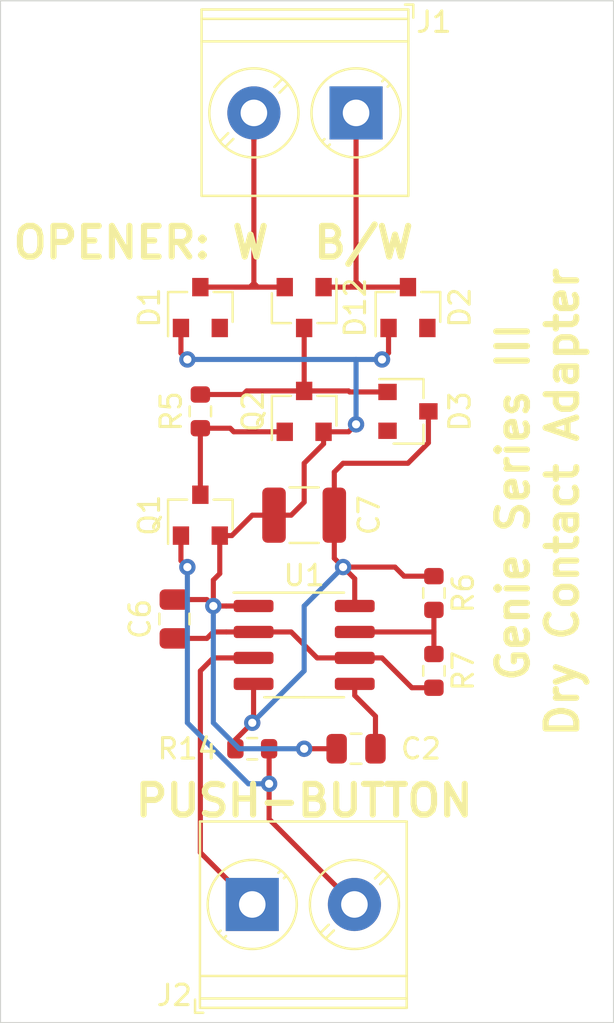
<source format=kicad_pcb>
(kicad_pcb (version 20171130) (host pcbnew 5.99.0+really5.1.10+dfsg1-1)

  (general
    (thickness 1.6)
    (drawings 7)
    (tracks 112)
    (zones 0)
    (modules 20)
    (nets 15)
  )

  (page A4)
  (layers
    (0 F.Cu signal)
    (31 B.Cu signal)
    (32 B.Adhes user hide)
    (33 F.Adhes user hide)
    (34 B.Paste user hide)
    (35 F.Paste user hide)
    (36 B.SilkS user)
    (37 F.SilkS user)
    (38 B.Mask user hide)
    (39 F.Mask user hide)
    (40 Dwgs.User user hide)
    (41 Cmts.User user hide)
    (42 Eco1.User user hide)
    (43 Eco2.User user hide)
    (44 Edge.Cuts user)
    (45 Margin user hide)
    (46 B.CrtYd user)
    (47 F.CrtYd user)
    (48 B.Fab user hide)
    (49 F.Fab user hide)
  )

  (setup
    (last_trace_width 0.25)
    (trace_clearance 0.2)
    (zone_clearance 0.508)
    (zone_45_only no)
    (trace_min 0.2)
    (via_size 0.8)
    (via_drill 0.4)
    (via_min_size 0.4)
    (via_min_drill 0.3)
    (uvia_size 0.3)
    (uvia_drill 0.1)
    (uvias_allowed no)
    (uvia_min_size 0.2)
    (uvia_min_drill 0.1)
    (edge_width 0.05)
    (segment_width 0.2)
    (pcb_text_width 0.3)
    (pcb_text_size 1.5 1.5)
    (mod_edge_width 0.12)
    (mod_text_size 1 1)
    (mod_text_width 0.15)
    (pad_size 1.524 1.524)
    (pad_drill 0.762)
    (pad_to_mask_clearance 0)
    (aux_axis_origin 0 0)
    (visible_elements FFFFFF7F)
    (pcbplotparams
      (layerselection 0x010fc_ffffffff)
      (usegerberextensions false)
      (usegerberattributes true)
      (usegerberadvancedattributes true)
      (creategerberjobfile true)
      (excludeedgelayer true)
      (linewidth 0.100000)
      (plotframeref false)
      (viasonmask false)
      (mode 1)
      (useauxorigin false)
      (hpglpennumber 1)
      (hpglpenspeed 20)
      (hpglpendiameter 15.000000)
      (psnegative false)
      (psa4output false)
      (plotreference true)
      (plotvalue true)
      (plotinvisibletext false)
      (padsonsilk false)
      (subtractmaskfromsilk false)
      (outputformat 1)
      (mirror false)
      (drillshape 0)
      (scaleselection 1)
      (outputdirectory "gerbers/"))
  )

  (net 0 "")
  (net 1 GND)
  (net 2 "Net-(C2-Pad1)")
  (net 3 "Net-(D1-Pad2)")
  (net 4 "Net-(D1-Pad3)")
  (net 5 "Net-(Q1-Pad3)")
  (net 6 "Net-(R6-Pad2)")
  (net 7 "Net-(C6-Pad1)")
  (net 8 "Net-(C7-Pad2)")
  (net 9 "Net-(D12-Pad1)")
  (net 10 "Net-(D2-Pad2)")
  (net 11 "Net-(D12-Pad3)")
  (net 12 "Net-(D3-Pad2)")
  (net 13 "Net-(J2-Pad2)")
  (net 14 "Net-(J2-Pad1)")

  (net_class Default "This is the default net class."
    (clearance 0.2)
    (trace_width 0.25)
    (via_dia 0.8)
    (via_drill 0.4)
    (uvia_dia 0.3)
    (uvia_drill 0.1)
    (add_net GND)
    (add_net "Net-(C2-Pad1)")
    (add_net "Net-(C6-Pad1)")
    (add_net "Net-(C7-Pad2)")
    (add_net "Net-(D1-Pad2)")
    (add_net "Net-(D1-Pad3)")
    (add_net "Net-(D12-Pad1)")
    (add_net "Net-(D12-Pad3)")
    (add_net "Net-(D2-Pad2)")
    (add_net "Net-(D3-Pad2)")
    (add_net "Net-(J2-Pad1)")
    (add_net "Net-(J2-Pad2)")
    (add_net "Net-(Q1-Pad3)")
    (add_net "Net-(R6-Pad2)")
  )

  (module Resistor_SMD:R_0603_1608Metric (layer F.Cu) (tedit 5F68FEEE) (tstamp 61DBE52B)
    (at 147.32 101.6)
    (descr "Resistor SMD 0603 (1608 Metric), square (rectangular) end terminal, IPC_7351 nominal, (Body size source: IPC-SM-782 page 72, https://www.pcb-3d.com/wordpress/wp-content/uploads/ipc-sm-782a_amendment_1_and_2.pdf), generated with kicad-footprint-generator")
    (tags resistor)
    (path /61D98F03)
    (attr smd)
    (fp_text reference R14 (at -3.175 0) (layer F.SilkS)
      (effects (font (size 1 1) (thickness 0.15)))
    )
    (fp_text value 56k (at 0 1.43) (layer F.Fab)
      (effects (font (size 1 1) (thickness 0.15)))
    )
    (fp_text user %R (at 0 0) (layer F.Fab)
      (effects (font (size 0.4 0.4) (thickness 0.06)))
    )
    (fp_line (start -0.8 0.4125) (end -0.8 -0.4125) (layer F.Fab) (width 0.1))
    (fp_line (start -0.8 -0.4125) (end 0.8 -0.4125) (layer F.Fab) (width 0.1))
    (fp_line (start 0.8 -0.4125) (end 0.8 0.4125) (layer F.Fab) (width 0.1))
    (fp_line (start 0.8 0.4125) (end -0.8 0.4125) (layer F.Fab) (width 0.1))
    (fp_line (start -0.237258 -0.5225) (end 0.237258 -0.5225) (layer F.SilkS) (width 0.12))
    (fp_line (start -0.237258 0.5225) (end 0.237258 0.5225) (layer F.SilkS) (width 0.12))
    (fp_line (start -1.48 0.73) (end -1.48 -0.73) (layer F.CrtYd) (width 0.05))
    (fp_line (start -1.48 -0.73) (end 1.48 -0.73) (layer F.CrtYd) (width 0.05))
    (fp_line (start 1.48 -0.73) (end 1.48 0.73) (layer F.CrtYd) (width 0.05))
    (fp_line (start 1.48 0.73) (end -1.48 0.73) (layer F.CrtYd) (width 0.05))
    (pad 2 smd roundrect (at 0.825 0) (size 0.8 0.95) (layers F.Cu F.Paste F.Mask) (roundrect_rratio 0.25)
      (net 13 "Net-(J2-Pad2)"))
    (pad 1 smd roundrect (at -0.825 0) (size 0.8 0.95) (layers F.Cu F.Paste F.Mask) (roundrect_rratio 0.25)
      (net 8 "Net-(C7-Pad2)"))
    (model ${KISYS3DMOD}/Resistor_SMD.3dshapes/R_0603_1608Metric.wrl
      (at (xyz 0 0 0))
      (scale (xyz 1 1 1))
      (rotate (xyz 0 0 0))
    )
  )

  (module Capacitor_SMD:C_0805_2012Metric (layer F.Cu) (tedit 5F68FEEE) (tstamp 61DBE3F3)
    (at 152.4 101.6 180)
    (descr "Capacitor SMD 0805 (2012 Metric), square (rectangular) end terminal, IPC_7351 nominal, (Body size source: IPC-SM-782 page 76, https://www.pcb-3d.com/wordpress/wp-content/uploads/ipc-sm-782a_amendment_1_and_2.pdf, https://docs.google.com/spreadsheets/d/1BsfQQcO9C6DZCsRaXUlFlo91Tg2WpOkGARC1WS5S8t0/edit?usp=sharing), generated with kicad-footprint-generator")
    (tags capacitor)
    (path /61DA4C56)
    (attr smd)
    (fp_text reference C2 (at -3.175 0) (layer F.SilkS)
      (effects (font (size 1 1) (thickness 0.15)))
    )
    (fp_text value 0.1uF (at 0 1.68) (layer F.Fab)
      (effects (font (size 1 1) (thickness 0.15)))
    )
    (fp_line (start 1.7 0.98) (end -1.7 0.98) (layer F.CrtYd) (width 0.05))
    (fp_line (start 1.7 -0.98) (end 1.7 0.98) (layer F.CrtYd) (width 0.05))
    (fp_line (start -1.7 -0.98) (end 1.7 -0.98) (layer F.CrtYd) (width 0.05))
    (fp_line (start -1.7 0.98) (end -1.7 -0.98) (layer F.CrtYd) (width 0.05))
    (fp_line (start -0.261252 0.735) (end 0.261252 0.735) (layer F.SilkS) (width 0.12))
    (fp_line (start -0.261252 -0.735) (end 0.261252 -0.735) (layer F.SilkS) (width 0.12))
    (fp_line (start 1 0.625) (end -1 0.625) (layer F.Fab) (width 0.1))
    (fp_line (start 1 -0.625) (end 1 0.625) (layer F.Fab) (width 0.1))
    (fp_line (start -1 -0.625) (end 1 -0.625) (layer F.Fab) (width 0.1))
    (fp_line (start -1 0.625) (end -1 -0.625) (layer F.Fab) (width 0.1))
    (fp_text user %R (at 0 0) (layer F.Fab)
      (effects (font (size 0.5 0.5) (thickness 0.08)))
    )
    (pad 1 smd roundrect (at -0.95 0 180) (size 1 1.45) (layers F.Cu F.Paste F.Mask) (roundrect_rratio 0.25)
      (net 2 "Net-(C2-Pad1)"))
    (pad 2 smd roundrect (at 0.95 0 180) (size 1 1.45) (layers F.Cu F.Paste F.Mask) (roundrect_rratio 0.25)
      (net 1 GND))
    (model ${KISYS3DMOD}/Capacitor_SMD.3dshapes/C_0805_2012Metric.wrl
      (at (xyz 0 0 0))
      (scale (xyz 1 1 1))
      (rotate (xyz 0 0 0))
    )
  )

  (module Capacitor_SMD:C_0805_2012Metric (layer F.Cu) (tedit 5F68FEEE) (tstamp 61DBE404)
    (at 143.51 95.25 90)
    (descr "Capacitor SMD 0805 (2012 Metric), square (rectangular) end terminal, IPC_7351 nominal, (Body size source: IPC-SM-782 page 76, https://www.pcb-3d.com/wordpress/wp-content/uploads/ipc-sm-782a_amendment_1_and_2.pdf, https://docs.google.com/spreadsheets/d/1BsfQQcO9C6DZCsRaXUlFlo91Tg2WpOkGARC1WS5S8t0/edit?usp=sharing), generated with kicad-footprint-generator")
    (tags capacitor)
    (path /61DA7006)
    (attr smd)
    (fp_text reference C6 (at 0 -1.68 90) (layer F.SilkS)
      (effects (font (size 1 1) (thickness 0.15)))
    )
    (fp_text value 1nF (at 0 1.68 90) (layer F.Fab)
      (effects (font (size 1 1) (thickness 0.15)))
    )
    (fp_line (start 1.7 0.98) (end -1.7 0.98) (layer F.CrtYd) (width 0.05))
    (fp_line (start 1.7 -0.98) (end 1.7 0.98) (layer F.CrtYd) (width 0.05))
    (fp_line (start -1.7 -0.98) (end 1.7 -0.98) (layer F.CrtYd) (width 0.05))
    (fp_line (start -1.7 0.98) (end -1.7 -0.98) (layer F.CrtYd) (width 0.05))
    (fp_line (start -0.261252 0.735) (end 0.261252 0.735) (layer F.SilkS) (width 0.12))
    (fp_line (start -0.261252 -0.735) (end 0.261252 -0.735) (layer F.SilkS) (width 0.12))
    (fp_line (start 1 0.625) (end -1 0.625) (layer F.Fab) (width 0.1))
    (fp_line (start 1 -0.625) (end 1 0.625) (layer F.Fab) (width 0.1))
    (fp_line (start -1 -0.625) (end 1 -0.625) (layer F.Fab) (width 0.1))
    (fp_line (start -1 0.625) (end -1 -0.625) (layer F.Fab) (width 0.1))
    (fp_text user %R (at 0 0 90) (layer F.Fab)
      (effects (font (size 0.5 0.5) (thickness 0.08)))
    )
    (pad 1 smd roundrect (at -0.95 0 90) (size 1 1.45) (layers F.Cu F.Paste F.Mask) (roundrect_rratio 0.25)
      (net 7 "Net-(C6-Pad1)"))
    (pad 2 smd roundrect (at 0.95 0 90) (size 1 1.45) (layers F.Cu F.Paste F.Mask) (roundrect_rratio 0.25)
      (net 1 GND))
    (model ${KISYS3DMOD}/Capacitor_SMD.3dshapes/C_0805_2012Metric.wrl
      (at (xyz 0 0 0))
      (scale (xyz 1 1 1))
      (rotate (xyz 0 0 0))
    )
  )

  (module Capacitor_SMD:C_1210_3225Metric (layer F.Cu) (tedit 5F68FEEE) (tstamp 61DBE415)
    (at 149.86 90.17)
    (descr "Capacitor SMD 1210 (3225 Metric), square (rectangular) end terminal, IPC_7351 nominal, (Body size source: IPC-SM-782 page 76, https://www.pcb-3d.com/wordpress/wp-content/uploads/ipc-sm-782a_amendment_1_and_2.pdf), generated with kicad-footprint-generator")
    (tags capacitor)
    (path /61DA798F)
    (attr smd)
    (fp_text reference C7 (at 3.175 0 90) (layer F.SilkS)
      (effects (font (size 1 1) (thickness 0.15)))
    )
    (fp_text value 10uF (at 0 2.3) (layer F.Fab)
      (effects (font (size 1 1) (thickness 0.15)))
    )
    (fp_line (start 2.3 1.6) (end -2.3 1.6) (layer F.CrtYd) (width 0.05))
    (fp_line (start 2.3 -1.6) (end 2.3 1.6) (layer F.CrtYd) (width 0.05))
    (fp_line (start -2.3 -1.6) (end 2.3 -1.6) (layer F.CrtYd) (width 0.05))
    (fp_line (start -2.3 1.6) (end -2.3 -1.6) (layer F.CrtYd) (width 0.05))
    (fp_line (start -0.711252 1.36) (end 0.711252 1.36) (layer F.SilkS) (width 0.12))
    (fp_line (start -0.711252 -1.36) (end 0.711252 -1.36) (layer F.SilkS) (width 0.12))
    (fp_line (start 1.6 1.25) (end -1.6 1.25) (layer F.Fab) (width 0.1))
    (fp_line (start 1.6 -1.25) (end 1.6 1.25) (layer F.Fab) (width 0.1))
    (fp_line (start -1.6 -1.25) (end 1.6 -1.25) (layer F.Fab) (width 0.1))
    (fp_line (start -1.6 1.25) (end -1.6 -1.25) (layer F.Fab) (width 0.1))
    (fp_text user %R (at 0 0) (layer F.Fab)
      (effects (font (size 0.8 0.8) (thickness 0.12)))
    )
    (pad 1 smd roundrect (at -1.475 0) (size 1.15 2.7) (layers F.Cu F.Paste F.Mask) (roundrect_rratio 0.2173904347826087)
      (net 1 GND))
    (pad 2 smd roundrect (at 1.475 0) (size 1.15 2.7) (layers F.Cu F.Paste F.Mask) (roundrect_rratio 0.2173904347826087)
      (net 8 "Net-(C7-Pad2)"))
    (model ${KISYS3DMOD}/Capacitor_SMD.3dshapes/C_1210_3225Metric.wrl
      (at (xyz 0 0 0))
      (scale (xyz 1 1 1))
      (rotate (xyz 0 0 0))
    )
  )

  (module Package_TO_SOT_SMD:SOT-23 (layer F.Cu) (tedit 5A02FF57) (tstamp 61DBEB1A)
    (at 144.78 80.01 90)
    (descr "SOT-23, Standard")
    (tags SOT-23)
    (path /61E4245F)
    (attr smd)
    (fp_text reference D1 (at 0 -2.5 90) (layer F.SilkS)
      (effects (font (size 1 1) (thickness 0.15)))
    )
    (fp_text value BAT54C (at 0 2.5 90) (layer F.Fab)
      (effects (font (size 1 1) (thickness 0.15)))
    )
    (fp_line (start 0.76 1.58) (end -0.7 1.58) (layer F.SilkS) (width 0.12))
    (fp_line (start 0.76 -1.58) (end -1.4 -1.58) (layer F.SilkS) (width 0.12))
    (fp_line (start -1.7 1.75) (end -1.7 -1.75) (layer F.CrtYd) (width 0.05))
    (fp_line (start 1.7 1.75) (end -1.7 1.75) (layer F.CrtYd) (width 0.05))
    (fp_line (start 1.7 -1.75) (end 1.7 1.75) (layer F.CrtYd) (width 0.05))
    (fp_line (start -1.7 -1.75) (end 1.7 -1.75) (layer F.CrtYd) (width 0.05))
    (fp_line (start 0.76 -1.58) (end 0.76 -0.65) (layer F.SilkS) (width 0.12))
    (fp_line (start 0.76 1.58) (end 0.76 0.65) (layer F.SilkS) (width 0.12))
    (fp_line (start -0.7 1.52) (end 0.7 1.52) (layer F.Fab) (width 0.1))
    (fp_line (start 0.7 -1.52) (end 0.7 1.52) (layer F.Fab) (width 0.1))
    (fp_line (start -0.7 -0.95) (end -0.15 -1.52) (layer F.Fab) (width 0.1))
    (fp_line (start -0.15 -1.52) (end 0.7 -1.52) (layer F.Fab) (width 0.1))
    (fp_line (start -0.7 -0.95) (end -0.7 1.5) (layer F.Fab) (width 0.1))
    (fp_text user %R (at 0 0) (layer F.Fab)
      (effects (font (size 0.5 0.5) (thickness 0.075)))
    )
    (pad 1 smd rect (at -1 -0.95 90) (size 0.9 0.8) (layers F.Cu F.Paste F.Mask)
      (net 1 GND))
    (pad 2 smd rect (at -1 0.95 90) (size 0.9 0.8) (layers F.Cu F.Paste F.Mask)
      (net 3 "Net-(D1-Pad2)"))
    (pad 3 smd rect (at 1 0 90) (size 0.9 0.8) (layers F.Cu F.Paste F.Mask)
      (net 4 "Net-(D1-Pad3)"))
    (model ${KISYS3DMOD}/Package_TO_SOT_SMD.3dshapes/SOT-23.wrl
      (at (xyz 0 0 0))
      (scale (xyz 1 1 1))
      (rotate (xyz 0 0 0))
    )
  )

  (module Package_TO_SOT_SMD:SOT-23 (layer F.Cu) (tedit 5A02FF57) (tstamp 61DBE43F)
    (at 154.94 80.01 90)
    (descr "SOT-23, Standard")
    (tags SOT-23)
    (path /61E59D5A)
    (attr smd)
    (fp_text reference D2 (at 0 2.54 90) (layer F.SilkS)
      (effects (font (size 1 1) (thickness 0.15)))
    )
    (fp_text value BAT54C (at 0 2.5 90) (layer F.Fab)
      (effects (font (size 1 1) (thickness 0.15)))
    )
    (fp_text user %R (at 0 0) (layer F.Fab)
      (effects (font (size 0.5 0.5) (thickness 0.075)))
    )
    (fp_line (start -0.7 -0.95) (end -0.7 1.5) (layer F.Fab) (width 0.1))
    (fp_line (start -0.15 -1.52) (end 0.7 -1.52) (layer F.Fab) (width 0.1))
    (fp_line (start -0.7 -0.95) (end -0.15 -1.52) (layer F.Fab) (width 0.1))
    (fp_line (start 0.7 -1.52) (end 0.7 1.52) (layer F.Fab) (width 0.1))
    (fp_line (start -0.7 1.52) (end 0.7 1.52) (layer F.Fab) (width 0.1))
    (fp_line (start 0.76 1.58) (end 0.76 0.65) (layer F.SilkS) (width 0.12))
    (fp_line (start 0.76 -1.58) (end 0.76 -0.65) (layer F.SilkS) (width 0.12))
    (fp_line (start -1.7 -1.75) (end 1.7 -1.75) (layer F.CrtYd) (width 0.05))
    (fp_line (start 1.7 -1.75) (end 1.7 1.75) (layer F.CrtYd) (width 0.05))
    (fp_line (start 1.7 1.75) (end -1.7 1.75) (layer F.CrtYd) (width 0.05))
    (fp_line (start -1.7 1.75) (end -1.7 -1.75) (layer F.CrtYd) (width 0.05))
    (fp_line (start 0.76 -1.58) (end -1.4 -1.58) (layer F.SilkS) (width 0.12))
    (fp_line (start 0.76 1.58) (end -0.7 1.58) (layer F.SilkS) (width 0.12))
    (pad 3 smd rect (at 1 0 90) (size 0.9 0.8) (layers F.Cu F.Paste F.Mask)
      (net 9 "Net-(D12-Pad1)"))
    (pad 2 smd rect (at -1 0.95 90) (size 0.9 0.8) (layers F.Cu F.Paste F.Mask)
      (net 10 "Net-(D2-Pad2)"))
    (pad 1 smd rect (at -1 -0.95 90) (size 0.9 0.8) (layers F.Cu F.Paste F.Mask)
      (net 1 GND))
    (model ${KISYS3DMOD}/Package_TO_SOT_SMD.3dshapes/SOT-23.wrl
      (at (xyz 0 0 0))
      (scale (xyz 1 1 1))
      (rotate (xyz 0 0 0))
    )
  )

  (module Package_TO_SOT_SMD:SOT-23 (layer F.Cu) (tedit 5A02FF57) (tstamp 61DBE454)
    (at 154.94 85.09)
    (descr "SOT-23, Standard")
    (tags SOT-23)
    (path /61E133AD)
    (attr smd)
    (fp_text reference D3 (at 2.54 0 90) (layer F.SilkS)
      (effects (font (size 1 1) (thickness 0.15)))
    )
    (fp_text value BAT54C (at 0 2.5) (layer F.Fab)
      (effects (font (size 1 1) (thickness 0.15)))
    )
    (fp_line (start 0.76 1.58) (end -0.7 1.58) (layer F.SilkS) (width 0.12))
    (fp_line (start 0.76 -1.58) (end -1.4 -1.58) (layer F.SilkS) (width 0.12))
    (fp_line (start -1.7 1.75) (end -1.7 -1.75) (layer F.CrtYd) (width 0.05))
    (fp_line (start 1.7 1.75) (end -1.7 1.75) (layer F.CrtYd) (width 0.05))
    (fp_line (start 1.7 -1.75) (end 1.7 1.75) (layer F.CrtYd) (width 0.05))
    (fp_line (start -1.7 -1.75) (end 1.7 -1.75) (layer F.CrtYd) (width 0.05))
    (fp_line (start 0.76 -1.58) (end 0.76 -0.65) (layer F.SilkS) (width 0.12))
    (fp_line (start 0.76 1.58) (end 0.76 0.65) (layer F.SilkS) (width 0.12))
    (fp_line (start -0.7 1.52) (end 0.7 1.52) (layer F.Fab) (width 0.1))
    (fp_line (start 0.7 -1.52) (end 0.7 1.52) (layer F.Fab) (width 0.1))
    (fp_line (start -0.7 -0.95) (end -0.15 -1.52) (layer F.Fab) (width 0.1))
    (fp_line (start -0.15 -1.52) (end 0.7 -1.52) (layer F.Fab) (width 0.1))
    (fp_line (start -0.7 -0.95) (end -0.7 1.5) (layer F.Fab) (width 0.1))
    (fp_text user %R (at 0 0 90) (layer F.Fab)
      (effects (font (size 0.5 0.5) (thickness 0.075)))
    )
    (pad 1 smd rect (at -1 -0.95) (size 0.9 0.8) (layers F.Cu F.Paste F.Mask)
      (net 11 "Net-(D12-Pad3)"))
    (pad 2 smd rect (at -1 0.95) (size 0.9 0.8) (layers F.Cu F.Paste F.Mask)
      (net 12 "Net-(D3-Pad2)"))
    (pad 3 smd rect (at 1 0) (size 0.9 0.8) (layers F.Cu F.Paste F.Mask)
      (net 8 "Net-(C7-Pad2)"))
    (model ${KISYS3DMOD}/Package_TO_SOT_SMD.3dshapes/SOT-23.wrl
      (at (xyz 0 0 0))
      (scale (xyz 1 1 1))
      (rotate (xyz 0 0 0))
    )
  )

  (module Package_TO_SOT_SMD:SOT-23 (layer F.Cu) (tedit 5A02FF57) (tstamp 61DBE469)
    (at 149.86 80.01 270)
    (descr "SOT-23, Standard")
    (tags SOT-23)
    (path /61E33F2B)
    (attr smd)
    (fp_text reference D12 (at 0 -2.5 90) (layer F.SilkS)
      (effects (font (size 1 1) (thickness 0.15)))
    )
    (fp_text value BAT54C (at 0 2.5 90) (layer F.Fab)
      (effects (font (size 1 1) (thickness 0.15)))
    )
    (fp_text user %R (at 0 0) (layer F.Fab)
      (effects (font (size 0.5 0.5) (thickness 0.075)))
    )
    (fp_line (start -0.7 -0.95) (end -0.7 1.5) (layer F.Fab) (width 0.1))
    (fp_line (start -0.15 -1.52) (end 0.7 -1.52) (layer F.Fab) (width 0.1))
    (fp_line (start -0.7 -0.95) (end -0.15 -1.52) (layer F.Fab) (width 0.1))
    (fp_line (start 0.7 -1.52) (end 0.7 1.52) (layer F.Fab) (width 0.1))
    (fp_line (start -0.7 1.52) (end 0.7 1.52) (layer F.Fab) (width 0.1))
    (fp_line (start 0.76 1.58) (end 0.76 0.65) (layer F.SilkS) (width 0.12))
    (fp_line (start 0.76 -1.58) (end 0.76 -0.65) (layer F.SilkS) (width 0.12))
    (fp_line (start -1.7 -1.75) (end 1.7 -1.75) (layer F.CrtYd) (width 0.05))
    (fp_line (start 1.7 -1.75) (end 1.7 1.75) (layer F.CrtYd) (width 0.05))
    (fp_line (start 1.7 1.75) (end -1.7 1.75) (layer F.CrtYd) (width 0.05))
    (fp_line (start -1.7 1.75) (end -1.7 -1.75) (layer F.CrtYd) (width 0.05))
    (fp_line (start 0.76 -1.58) (end -1.4 -1.58) (layer F.SilkS) (width 0.12))
    (fp_line (start 0.76 1.58) (end -0.7 1.58) (layer F.SilkS) (width 0.12))
    (pad 3 smd rect (at 1 0 270) (size 0.9 0.8) (layers F.Cu F.Paste F.Mask)
      (net 11 "Net-(D12-Pad3)"))
    (pad 2 smd rect (at -1 0.95 270) (size 0.9 0.8) (layers F.Cu F.Paste F.Mask)
      (net 4 "Net-(D1-Pad3)"))
    (pad 1 smd rect (at -1 -0.95 270) (size 0.9 0.8) (layers F.Cu F.Paste F.Mask)
      (net 9 "Net-(D12-Pad1)"))
    (model ${KISYS3DMOD}/Package_TO_SOT_SMD.3dshapes/SOT-23.wrl
      (at (xyz 0 0 0))
      (scale (xyz 1 1 1))
      (rotate (xyz 0 0 0))
    )
  )

  (module TerminalBlock_Phoenix:TerminalBlock_Phoenix_PT-1,5-2-5.0-H_1x02_P5.00mm_Horizontal (layer F.Cu) (tedit 5B294F69) (tstamp 61DBE493)
    (at 152.4 70.485 180)
    (descr "Terminal Block Phoenix PT-1,5-2-5.0-H, 2 pins, pitch 5mm, size 10x9mm^2, drill diamater 1.3mm, pad diameter 2.6mm, see http://www.mouser.com/ds/2/324/ItemDetail_1935161-922578.pdf, script-generated using https://github.com/pointhi/kicad-footprint-generator/scripts/TerminalBlock_Phoenix")
    (tags "THT Terminal Block Phoenix PT-1,5-2-5.0-H pitch 5mm size 10x9mm^2 drill 1.3mm pad 2.6mm")
    (path /61DF5F2F)
    (fp_text reference J1 (at -3.81 4.445) (layer F.SilkS)
      (effects (font (size 1 1) (thickness 0.15)))
    )
    (fp_text value OPENER (at 2.5 6.06) (layer F.Fab)
      (effects (font (size 1 1) (thickness 0.15)))
    )
    (fp_line (start 8 -4.5) (end -3 -4.5) (layer F.CrtYd) (width 0.05))
    (fp_line (start 8 5.5) (end 8 -4.5) (layer F.CrtYd) (width 0.05))
    (fp_line (start -3 5.5) (end 8 5.5) (layer F.CrtYd) (width 0.05))
    (fp_line (start -3 -4.5) (end -3 5.5) (layer F.CrtYd) (width 0.05))
    (fp_line (start -2.8 5.3) (end -2.4 5.3) (layer F.SilkS) (width 0.12))
    (fp_line (start -2.8 4.66) (end -2.8 5.3) (layer F.SilkS) (width 0.12))
    (fp_line (start 3.742 0.992) (end 3.347 1.388) (layer F.SilkS) (width 0.12))
    (fp_line (start 6.388 -1.654) (end 6.008 -1.274) (layer F.SilkS) (width 0.12))
    (fp_line (start 3.993 1.274) (end 3.613 1.654) (layer F.SilkS) (width 0.12))
    (fp_line (start 6.654 -1.388) (end 6.259 -0.992) (layer F.SilkS) (width 0.12))
    (fp_line (start 6.273 -1.517) (end 3.484 1.273) (layer F.Fab) (width 0.1))
    (fp_line (start 6.517 -1.273) (end 3.728 1.517) (layer F.Fab) (width 0.1))
    (fp_line (start -1.548 1.281) (end -1.654 1.388) (layer F.SilkS) (width 0.12))
    (fp_line (start 1.388 -1.654) (end 1.281 -1.547) (layer F.SilkS) (width 0.12))
    (fp_line (start -1.282 1.547) (end -1.388 1.654) (layer F.SilkS) (width 0.12))
    (fp_line (start 1.654 -1.388) (end 1.547 -1.281) (layer F.SilkS) (width 0.12))
    (fp_line (start 1.273 -1.517) (end -1.517 1.273) (layer F.Fab) (width 0.1))
    (fp_line (start 1.517 -1.273) (end -1.273 1.517) (layer F.Fab) (width 0.1))
    (fp_line (start 7.56 -4.06) (end 7.56 5.06) (layer F.SilkS) (width 0.12))
    (fp_line (start -2.56 -4.06) (end -2.56 5.06) (layer F.SilkS) (width 0.12))
    (fp_line (start -2.56 5.06) (end 7.56 5.06) (layer F.SilkS) (width 0.12))
    (fp_line (start -2.56 -4.06) (end 7.56 -4.06) (layer F.SilkS) (width 0.12))
    (fp_line (start -2.56 3.5) (end 7.56 3.5) (layer F.SilkS) (width 0.12))
    (fp_line (start -2.5 3.5) (end 7.5 3.5) (layer F.Fab) (width 0.1))
    (fp_line (start -2.56 4.6) (end 7.56 4.6) (layer F.SilkS) (width 0.12))
    (fp_line (start -2.5 4.6) (end 7.5 4.6) (layer F.Fab) (width 0.1))
    (fp_line (start -2.5 4.6) (end -2.5 -4) (layer F.Fab) (width 0.1))
    (fp_line (start -2.1 5) (end -2.5 4.6) (layer F.Fab) (width 0.1))
    (fp_line (start 7.5 5) (end -2.1 5) (layer F.Fab) (width 0.1))
    (fp_line (start 7.5 -4) (end 7.5 5) (layer F.Fab) (width 0.1))
    (fp_line (start -2.5 -4) (end 7.5 -4) (layer F.Fab) (width 0.1))
    (fp_circle (center 5 0) (end 7.18 0) (layer F.SilkS) (width 0.12))
    (fp_circle (center 5 0) (end 7 0) (layer F.Fab) (width 0.1))
    (fp_circle (center 0 0) (end 2.18 0) (layer F.SilkS) (width 0.12))
    (fp_circle (center 0 0) (end 2 0) (layer F.Fab) (width 0.1))
    (fp_text user %R (at 2.5 2.9) (layer F.Fab)
      (effects (font (size 1 1) (thickness 0.15)))
    )
    (pad 1 thru_hole rect (at 0 0 180) (size 2.6 2.6) (drill 1.3) (layers *.Cu *.Mask)
      (net 9 "Net-(D12-Pad1)"))
    (pad 2 thru_hole circle (at 5 0 180) (size 2.6 2.6) (drill 1.3) (layers *.Cu *.Mask)
      (net 4 "Net-(D1-Pad3)"))
    (model ${KISYS3DMOD}/TerminalBlock_Phoenix.3dshapes/TerminalBlock_Phoenix_PT-1,5-2-5.0-H_1x02_P5.00mm_Horizontal.wrl
      (at (xyz 0 0 0))
      (scale (xyz 1 1 1))
      (rotate (xyz 0 0 0))
    )
  )

  (module TerminalBlock_Phoenix:TerminalBlock_Phoenix_PT-1,5-2-5.0-H_1x02_P5.00mm_Horizontal (layer F.Cu) (tedit 5B294F69) (tstamp 61DC0020)
    (at 147.32 109.22)
    (descr "Terminal Block Phoenix PT-1,5-2-5.0-H, 2 pins, pitch 5mm, size 10x9mm^2, drill diamater 1.3mm, pad diameter 2.6mm, see http://www.mouser.com/ds/2/324/ItemDetail_1935161-922578.pdf, script-generated using https://github.com/pointhi/kicad-footprint-generator/scripts/TerminalBlock_Phoenix")
    (tags "THT Terminal Block Phoenix PT-1,5-2-5.0-H pitch 5mm size 10x9mm^2 drill 1.3mm pad 2.6mm")
    (path /61DF795A)
    (fp_text reference J2 (at -3.81 4.445) (layer F.SilkS)
      (effects (font (size 1 1) (thickness 0.15)))
    )
    (fp_text value REMOTE (at 2.5 6.06) (layer F.Fab)
      (effects (font (size 1 1) (thickness 0.15)))
    )
    (fp_text user %R (at 2.5 2.9) (layer F.Fab)
      (effects (font (size 1 1) (thickness 0.15)))
    )
    (fp_circle (center 0 0) (end 2 0) (layer F.Fab) (width 0.1))
    (fp_circle (center 0 0) (end 2.18 0) (layer F.SilkS) (width 0.12))
    (fp_circle (center 5 0) (end 7 0) (layer F.Fab) (width 0.1))
    (fp_circle (center 5 0) (end 7.18 0) (layer F.SilkS) (width 0.12))
    (fp_line (start -2.5 -4) (end 7.5 -4) (layer F.Fab) (width 0.1))
    (fp_line (start 7.5 -4) (end 7.5 5) (layer F.Fab) (width 0.1))
    (fp_line (start 7.5 5) (end -2.1 5) (layer F.Fab) (width 0.1))
    (fp_line (start -2.1 5) (end -2.5 4.6) (layer F.Fab) (width 0.1))
    (fp_line (start -2.5 4.6) (end -2.5 -4) (layer F.Fab) (width 0.1))
    (fp_line (start -2.5 4.6) (end 7.5 4.6) (layer F.Fab) (width 0.1))
    (fp_line (start -2.56 4.6) (end 7.56 4.6) (layer F.SilkS) (width 0.12))
    (fp_line (start -2.5 3.5) (end 7.5 3.5) (layer F.Fab) (width 0.1))
    (fp_line (start -2.56 3.5) (end 7.56 3.5) (layer F.SilkS) (width 0.12))
    (fp_line (start -2.56 -4.06) (end 7.56 -4.06) (layer F.SilkS) (width 0.12))
    (fp_line (start -2.56 5.06) (end 7.56 5.06) (layer F.SilkS) (width 0.12))
    (fp_line (start -2.56 -4.06) (end -2.56 5.06) (layer F.SilkS) (width 0.12))
    (fp_line (start 7.56 -4.06) (end 7.56 5.06) (layer F.SilkS) (width 0.12))
    (fp_line (start 1.517 -1.273) (end -1.273 1.517) (layer F.Fab) (width 0.1))
    (fp_line (start 1.273 -1.517) (end -1.517 1.273) (layer F.Fab) (width 0.1))
    (fp_line (start 1.654 -1.388) (end 1.547 -1.281) (layer F.SilkS) (width 0.12))
    (fp_line (start -1.282 1.547) (end -1.388 1.654) (layer F.SilkS) (width 0.12))
    (fp_line (start 1.388 -1.654) (end 1.281 -1.547) (layer F.SilkS) (width 0.12))
    (fp_line (start -1.548 1.281) (end -1.654 1.388) (layer F.SilkS) (width 0.12))
    (fp_line (start 6.517 -1.273) (end 3.728 1.517) (layer F.Fab) (width 0.1))
    (fp_line (start 6.273 -1.517) (end 3.484 1.273) (layer F.Fab) (width 0.1))
    (fp_line (start 6.654 -1.388) (end 6.259 -0.992) (layer F.SilkS) (width 0.12))
    (fp_line (start 3.993 1.274) (end 3.613 1.654) (layer F.SilkS) (width 0.12))
    (fp_line (start 6.388 -1.654) (end 6.008 -1.274) (layer F.SilkS) (width 0.12))
    (fp_line (start 3.742 0.992) (end 3.347 1.388) (layer F.SilkS) (width 0.12))
    (fp_line (start -2.8 4.66) (end -2.8 5.3) (layer F.SilkS) (width 0.12))
    (fp_line (start -2.8 5.3) (end -2.4 5.3) (layer F.SilkS) (width 0.12))
    (fp_line (start -3 -4.5) (end -3 5.5) (layer F.CrtYd) (width 0.05))
    (fp_line (start -3 5.5) (end 8 5.5) (layer F.CrtYd) (width 0.05))
    (fp_line (start 8 5.5) (end 8 -4.5) (layer F.CrtYd) (width 0.05))
    (fp_line (start 8 -4.5) (end -3 -4.5) (layer F.CrtYd) (width 0.05))
    (pad 2 thru_hole circle (at 5 0) (size 2.6 2.6) (drill 1.3) (layers *.Cu *.Mask)
      (net 13 "Net-(J2-Pad2)"))
    (pad 1 thru_hole rect (at 0 0) (size 2.6 2.6) (drill 1.3) (layers *.Cu *.Mask)
      (net 14 "Net-(J2-Pad1)"))
    (model ${KISYS3DMOD}/TerminalBlock_Phoenix.3dshapes/TerminalBlock_Phoenix_PT-1,5-2-5.0-H_1x02_P5.00mm_Horizontal.wrl
      (at (xyz 0 0 0))
      (scale (xyz 1 1 1))
      (rotate (xyz 0 0 0))
    )
  )

  (module Package_TO_SOT_SMD:SOT-23 (layer F.Cu) (tedit 5A02FF57) (tstamp 61DBE4D2)
    (at 144.78 90.17 90)
    (descr "SOT-23, Standard")
    (tags SOT-23)
    (path /61E25B2D)
    (attr smd)
    (fp_text reference Q1 (at 0 -2.5 90) (layer F.SilkS)
      (effects (font (size 1 1) (thickness 0.15)))
    )
    (fp_text value 2N7002 (at 0 2.5 90) (layer F.Fab)
      (effects (font (size 1 1) (thickness 0.15)))
    )
    (fp_text user %R (at 0 0) (layer F.Fab)
      (effects (font (size 0.5 0.5) (thickness 0.075)))
    )
    (fp_line (start -0.7 -0.95) (end -0.7 1.5) (layer F.Fab) (width 0.1))
    (fp_line (start -0.15 -1.52) (end 0.7 -1.52) (layer F.Fab) (width 0.1))
    (fp_line (start -0.7 -0.95) (end -0.15 -1.52) (layer F.Fab) (width 0.1))
    (fp_line (start 0.7 -1.52) (end 0.7 1.52) (layer F.Fab) (width 0.1))
    (fp_line (start -0.7 1.52) (end 0.7 1.52) (layer F.Fab) (width 0.1))
    (fp_line (start 0.76 1.58) (end 0.76 0.65) (layer F.SilkS) (width 0.12))
    (fp_line (start 0.76 -1.58) (end 0.76 -0.65) (layer F.SilkS) (width 0.12))
    (fp_line (start -1.7 -1.75) (end 1.7 -1.75) (layer F.CrtYd) (width 0.05))
    (fp_line (start 1.7 -1.75) (end 1.7 1.75) (layer F.CrtYd) (width 0.05))
    (fp_line (start 1.7 1.75) (end -1.7 1.75) (layer F.CrtYd) (width 0.05))
    (fp_line (start -1.7 1.75) (end -1.7 -1.75) (layer F.CrtYd) (width 0.05))
    (fp_line (start 0.76 -1.58) (end -1.4 -1.58) (layer F.SilkS) (width 0.12))
    (fp_line (start 0.76 1.58) (end -0.7 1.58) (layer F.SilkS) (width 0.12))
    (pad 3 smd rect (at 1 0 90) (size 0.9 0.8) (layers F.Cu F.Paste F.Mask)
      (net 5 "Net-(Q1-Pad3)"))
    (pad 2 smd rect (at -1 0.95 90) (size 0.9 0.8) (layers F.Cu F.Paste F.Mask)
      (net 1 GND))
    (pad 1 smd rect (at -1 -0.95 90) (size 0.9 0.8) (layers F.Cu F.Paste F.Mask)
      (net 13 "Net-(J2-Pad2)"))
    (model ${KISYS3DMOD}/Package_TO_SOT_SMD.3dshapes/SOT-23.wrl
      (at (xyz 0 0 0))
      (scale (xyz 1 1 1))
      (rotate (xyz 0 0 0))
    )
  )

  (module Package_TO_SOT_SMD:SOT-23 (layer F.Cu) (tedit 5A02FF57) (tstamp 61DBE4E7)
    (at 149.86 85.09 90)
    (descr "SOT-23, Standard")
    (tags SOT-23)
    (path /61E2DEF1)
    (attr smd)
    (fp_text reference Q2 (at 0 -2.5 90) (layer F.SilkS)
      (effects (font (size 1 1) (thickness 0.15)))
    )
    (fp_text value 2N7002 (at 0 2.5 90) (layer F.Fab)
      (effects (font (size 1 1) (thickness 0.15)))
    )
    (fp_line (start 0.76 1.58) (end -0.7 1.58) (layer F.SilkS) (width 0.12))
    (fp_line (start 0.76 -1.58) (end -1.4 -1.58) (layer F.SilkS) (width 0.12))
    (fp_line (start -1.7 1.75) (end -1.7 -1.75) (layer F.CrtYd) (width 0.05))
    (fp_line (start 1.7 1.75) (end -1.7 1.75) (layer F.CrtYd) (width 0.05))
    (fp_line (start 1.7 -1.75) (end 1.7 1.75) (layer F.CrtYd) (width 0.05))
    (fp_line (start -1.7 -1.75) (end 1.7 -1.75) (layer F.CrtYd) (width 0.05))
    (fp_line (start 0.76 -1.58) (end 0.76 -0.65) (layer F.SilkS) (width 0.12))
    (fp_line (start 0.76 1.58) (end 0.76 0.65) (layer F.SilkS) (width 0.12))
    (fp_line (start -0.7 1.52) (end 0.7 1.52) (layer F.Fab) (width 0.1))
    (fp_line (start 0.7 -1.52) (end 0.7 1.52) (layer F.Fab) (width 0.1))
    (fp_line (start -0.7 -0.95) (end -0.15 -1.52) (layer F.Fab) (width 0.1))
    (fp_line (start -0.15 -1.52) (end 0.7 -1.52) (layer F.Fab) (width 0.1))
    (fp_line (start -0.7 -0.95) (end -0.7 1.5) (layer F.Fab) (width 0.1))
    (fp_text user %R (at 0 0) (layer F.Fab)
      (effects (font (size 0.5 0.5) (thickness 0.075)))
    )
    (pad 1 smd rect (at -1 -0.95 90) (size 0.9 0.8) (layers F.Cu F.Paste F.Mask)
      (net 5 "Net-(Q1-Pad3)"))
    (pad 2 smd rect (at -1 0.95 90) (size 0.9 0.8) (layers F.Cu F.Paste F.Mask)
      (net 1 GND))
    (pad 3 smd rect (at 1 0 90) (size 0.9 0.8) (layers F.Cu F.Paste F.Mask)
      (net 11 "Net-(D12-Pad3)"))
    (model ${KISYS3DMOD}/Package_TO_SOT_SMD.3dshapes/SOT-23.wrl
      (at (xyz 0 0 0))
      (scale (xyz 1 1 1))
      (rotate (xyz 0 0 0))
    )
  )

  (module Resistor_SMD:R_0603_1608Metric (layer F.Cu) (tedit 5F68FEEE) (tstamp 61DBE4F8)
    (at 144.78 85.09 90)
    (descr "Resistor SMD 0603 (1608 Metric), square (rectangular) end terminal, IPC_7351 nominal, (Body size source: IPC-SM-782 page 72, https://www.pcb-3d.com/wordpress/wp-content/uploads/ipc-sm-782a_amendment_1_and_2.pdf), generated with kicad-footprint-generator")
    (tags resistor)
    (path /61D91FFC)
    (attr smd)
    (fp_text reference R5 (at 0 -1.43 90) (layer F.SilkS)
      (effects (font (size 1 1) (thickness 0.15)))
    )
    (fp_text value 1.5k (at 0 1.43 90) (layer F.Fab)
      (effects (font (size 1 1) (thickness 0.15)))
    )
    (fp_text user %R (at 0 0 90) (layer F.Fab)
      (effects (font (size 0.4 0.4) (thickness 0.06)))
    )
    (fp_line (start -0.8 0.4125) (end -0.8 -0.4125) (layer F.Fab) (width 0.1))
    (fp_line (start -0.8 -0.4125) (end 0.8 -0.4125) (layer F.Fab) (width 0.1))
    (fp_line (start 0.8 -0.4125) (end 0.8 0.4125) (layer F.Fab) (width 0.1))
    (fp_line (start 0.8 0.4125) (end -0.8 0.4125) (layer F.Fab) (width 0.1))
    (fp_line (start -0.237258 -0.5225) (end 0.237258 -0.5225) (layer F.SilkS) (width 0.12))
    (fp_line (start -0.237258 0.5225) (end 0.237258 0.5225) (layer F.SilkS) (width 0.12))
    (fp_line (start -1.48 0.73) (end -1.48 -0.73) (layer F.CrtYd) (width 0.05))
    (fp_line (start -1.48 -0.73) (end 1.48 -0.73) (layer F.CrtYd) (width 0.05))
    (fp_line (start 1.48 -0.73) (end 1.48 0.73) (layer F.CrtYd) (width 0.05))
    (fp_line (start 1.48 0.73) (end -1.48 0.73) (layer F.CrtYd) (width 0.05))
    (pad 2 smd roundrect (at 0.825 0 90) (size 0.8 0.95) (layers F.Cu F.Paste F.Mask) (roundrect_rratio 0.25)
      (net 11 "Net-(D12-Pad3)"))
    (pad 1 smd roundrect (at -0.825 0 90) (size 0.8 0.95) (layers F.Cu F.Paste F.Mask) (roundrect_rratio 0.25)
      (net 5 "Net-(Q1-Pad3)"))
    (model ${KISYS3DMOD}/Resistor_SMD.3dshapes/R_0603_1608Metric.wrl
      (at (xyz 0 0 0))
      (scale (xyz 1 1 1))
      (rotate (xyz 0 0 0))
    )
  )

  (module Resistor_SMD:R_0603_1608Metric (layer F.Cu) (tedit 5F68FEEE) (tstamp 61DBE509)
    (at 156.21 93.98 270)
    (descr "Resistor SMD 0603 (1608 Metric), square (rectangular) end terminal, IPC_7351 nominal, (Body size source: IPC-SM-782 page 72, https://www.pcb-3d.com/wordpress/wp-content/uploads/ipc-sm-782a_amendment_1_and_2.pdf), generated with kicad-footprint-generator")
    (tags resistor)
    (path /61D92647)
    (attr smd)
    (fp_text reference R6 (at 0 -1.43 90) (layer F.SilkS)
      (effects (font (size 1 1) (thickness 0.15)))
    )
    (fp_text value 68k (at 0 1.43 90) (layer F.Fab)
      (effects (font (size 1 1) (thickness 0.15)))
    )
    (fp_line (start 1.48 0.73) (end -1.48 0.73) (layer F.CrtYd) (width 0.05))
    (fp_line (start 1.48 -0.73) (end 1.48 0.73) (layer F.CrtYd) (width 0.05))
    (fp_line (start -1.48 -0.73) (end 1.48 -0.73) (layer F.CrtYd) (width 0.05))
    (fp_line (start -1.48 0.73) (end -1.48 -0.73) (layer F.CrtYd) (width 0.05))
    (fp_line (start -0.237258 0.5225) (end 0.237258 0.5225) (layer F.SilkS) (width 0.12))
    (fp_line (start -0.237258 -0.5225) (end 0.237258 -0.5225) (layer F.SilkS) (width 0.12))
    (fp_line (start 0.8 0.4125) (end -0.8 0.4125) (layer F.Fab) (width 0.1))
    (fp_line (start 0.8 -0.4125) (end 0.8 0.4125) (layer F.Fab) (width 0.1))
    (fp_line (start -0.8 -0.4125) (end 0.8 -0.4125) (layer F.Fab) (width 0.1))
    (fp_line (start -0.8 0.4125) (end -0.8 -0.4125) (layer F.Fab) (width 0.1))
    (fp_text user %R (at 0 0 90) (layer F.Fab)
      (effects (font (size 0.4 0.4) (thickness 0.06)))
    )
    (pad 1 smd roundrect (at -0.825 0 270) (size 0.8 0.95) (layers F.Cu F.Paste F.Mask) (roundrect_rratio 0.25)
      (net 8 "Net-(C7-Pad2)"))
    (pad 2 smd roundrect (at 0.825 0 270) (size 0.8 0.95) (layers F.Cu F.Paste F.Mask) (roundrect_rratio 0.25)
      (net 6 "Net-(R6-Pad2)"))
    (model ${KISYS3DMOD}/Resistor_SMD.3dshapes/R_0603_1608Metric.wrl
      (at (xyz 0 0 0))
      (scale (xyz 1 1 1))
      (rotate (xyz 0 0 0))
    )
  )

  (module Resistor_SMD:R_0603_1608Metric (layer F.Cu) (tedit 5F68FEEE) (tstamp 61DBF5F6)
    (at 156.21 97.79 270)
    (descr "Resistor SMD 0603 (1608 Metric), square (rectangular) end terminal, IPC_7351 nominal, (Body size source: IPC-SM-782 page 72, https://www.pcb-3d.com/wordpress/wp-content/uploads/ipc-sm-782a_amendment_1_and_2.pdf), generated with kicad-footprint-generator")
    (tags resistor)
    (path /61D92DE2)
    (attr smd)
    (fp_text reference R7 (at 0 -1.43 90) (layer F.SilkS)
      (effects (font (size 1 1) (thickness 0.15)))
    )
    (fp_text value 10k (at 0 1.43 90) (layer F.Fab)
      (effects (font (size 1 1) (thickness 0.15)))
    )
    (fp_line (start 1.48 0.73) (end -1.48 0.73) (layer F.CrtYd) (width 0.05))
    (fp_line (start 1.48 -0.73) (end 1.48 0.73) (layer F.CrtYd) (width 0.05))
    (fp_line (start -1.48 -0.73) (end 1.48 -0.73) (layer F.CrtYd) (width 0.05))
    (fp_line (start -1.48 0.73) (end -1.48 -0.73) (layer F.CrtYd) (width 0.05))
    (fp_line (start -0.237258 0.5225) (end 0.237258 0.5225) (layer F.SilkS) (width 0.12))
    (fp_line (start -0.237258 -0.5225) (end 0.237258 -0.5225) (layer F.SilkS) (width 0.12))
    (fp_line (start 0.8 0.4125) (end -0.8 0.4125) (layer F.Fab) (width 0.1))
    (fp_line (start 0.8 -0.4125) (end 0.8 0.4125) (layer F.Fab) (width 0.1))
    (fp_line (start -0.8 -0.4125) (end 0.8 -0.4125) (layer F.Fab) (width 0.1))
    (fp_line (start -0.8 0.4125) (end -0.8 -0.4125) (layer F.Fab) (width 0.1))
    (fp_text user %R (at 0 0 90) (layer F.Fab)
      (effects (font (size 0.4 0.4) (thickness 0.06)))
    )
    (pad 1 smd roundrect (at -0.825 0 270) (size 0.8 0.95) (layers F.Cu F.Paste F.Mask) (roundrect_rratio 0.25)
      (net 6 "Net-(R6-Pad2)"))
    (pad 2 smd roundrect (at 0.825 0 270) (size 0.8 0.95) (layers F.Cu F.Paste F.Mask) (roundrect_rratio 0.25)
      (net 7 "Net-(C6-Pad1)"))
    (model ${KISYS3DMOD}/Resistor_SMD.3dshapes/R_0603_1608Metric.wrl
      (at (xyz 0 0 0))
      (scale (xyz 1 1 1))
      (rotate (xyz 0 0 0))
    )
  )

  (module Package_SO:SOIC-8_3.9x4.9mm_P1.27mm (layer F.Cu) (tedit 5D9F72B1) (tstamp 61DBE545)
    (at 149.86 96.52)
    (descr "SOIC, 8 Pin (JEDEC MS-012AA, https://www.analog.com/media/en/package-pcb-resources/package/pkg_pdf/soic_narrow-r/r_8.pdf), generated with kicad-footprint-generator ipc_gullwing_generator.py")
    (tags "SOIC SO")
    (path /61E0D2CA)
    (attr smd)
    (fp_text reference U1 (at 0 -3.4) (layer F.SilkS)
      (effects (font (size 1 1) (thickness 0.15)))
    )
    (fp_text value NE555DR (at 0 3.4) (layer F.Fab)
      (effects (font (size 1 1) (thickness 0.15)))
    )
    (fp_line (start 3.7 -2.7) (end -3.7 -2.7) (layer F.CrtYd) (width 0.05))
    (fp_line (start 3.7 2.7) (end 3.7 -2.7) (layer F.CrtYd) (width 0.05))
    (fp_line (start -3.7 2.7) (end 3.7 2.7) (layer F.CrtYd) (width 0.05))
    (fp_line (start -3.7 -2.7) (end -3.7 2.7) (layer F.CrtYd) (width 0.05))
    (fp_line (start -1.95 -1.475) (end -0.975 -2.45) (layer F.Fab) (width 0.1))
    (fp_line (start -1.95 2.45) (end -1.95 -1.475) (layer F.Fab) (width 0.1))
    (fp_line (start 1.95 2.45) (end -1.95 2.45) (layer F.Fab) (width 0.1))
    (fp_line (start 1.95 -2.45) (end 1.95 2.45) (layer F.Fab) (width 0.1))
    (fp_line (start -0.975 -2.45) (end 1.95 -2.45) (layer F.Fab) (width 0.1))
    (fp_line (start 0 -2.56) (end -3.45 -2.56) (layer F.SilkS) (width 0.12))
    (fp_line (start 0 -2.56) (end 1.95 -2.56) (layer F.SilkS) (width 0.12))
    (fp_line (start 0 2.56) (end -1.95 2.56) (layer F.SilkS) (width 0.12))
    (fp_line (start 0 2.56) (end 1.95 2.56) (layer F.SilkS) (width 0.12))
    (fp_text user %R (at 0 0) (layer F.Fab)
      (effects (font (size 0.98 0.98) (thickness 0.15)))
    )
    (pad 1 smd roundrect (at -2.475 -1.905) (size 1.95 0.6) (layers F.Cu F.Paste F.Mask) (roundrect_rratio 0.25)
      (net 1 GND))
    (pad 2 smd roundrect (at -2.475 -0.635) (size 1.95 0.6) (layers F.Cu F.Paste F.Mask) (roundrect_rratio 0.25)
      (net 7 "Net-(C6-Pad1)"))
    (pad 3 smd roundrect (at -2.475 0.635) (size 1.95 0.6) (layers F.Cu F.Paste F.Mask) (roundrect_rratio 0.25)
      (net 14 "Net-(J2-Pad1)"))
    (pad 4 smd roundrect (at -2.475 1.905) (size 1.95 0.6) (layers F.Cu F.Paste F.Mask) (roundrect_rratio 0.25)
      (net 8 "Net-(C7-Pad2)"))
    (pad 5 smd roundrect (at 2.475 1.905) (size 1.95 0.6) (layers F.Cu F.Paste F.Mask) (roundrect_rratio 0.25)
      (net 2 "Net-(C2-Pad1)"))
    (pad 6 smd roundrect (at 2.475 0.635) (size 1.95 0.6) (layers F.Cu F.Paste F.Mask) (roundrect_rratio 0.25)
      (net 7 "Net-(C6-Pad1)"))
    (pad 7 smd roundrect (at 2.475 -0.635) (size 1.95 0.6) (layers F.Cu F.Paste F.Mask) (roundrect_rratio 0.25)
      (net 6 "Net-(R6-Pad2)"))
    (pad 8 smd roundrect (at 2.475 -1.905) (size 1.95 0.6) (layers F.Cu F.Paste F.Mask) (roundrect_rratio 0.25)
      (net 8 "Net-(C7-Pad2)"))
    (model ${KISYS3DMOD}/Package_SO.3dshapes/SOIC-8_3.9x4.9mm_P1.27mm.wrl
      (at (xyz 0 0 0))
      (scale (xyz 1 1 1))
      (rotate (xyz 0 0 0))
    )
  )

  (module MountingHole:MountingHole_3.5mm (layer F.Cu) (tedit 56D1B4CB) (tstamp 61DBF050)
    (at 160 70)
    (descr "Mounting Hole 3.5mm, no annular")
    (tags "mounting hole 3.5mm no annular")
    (path /61E818EC)
    (attr virtual)
    (fp_text reference H1 (at 0 -4.5) (layer F.SilkS) hide
      (effects (font (size 1 1) (thickness 0.15)))
    )
    (fp_text value MountingHole (at 0 4.5) (layer F.Fab)
      (effects (font (size 1 1) (thickness 0.15)))
    )
    (fp_text user %R (at 0.3 0) (layer F.Fab)
      (effects (font (size 1 1) (thickness 0.15)))
    )
    (fp_circle (center 0 0) (end 3.5 0) (layer Cmts.User) (width 0.15))
    (fp_circle (center 0 0) (end 3.75 0) (layer F.CrtYd) (width 0.05))
    (pad 1 np_thru_hole circle (at 0 0) (size 3.5 3.5) (drill 3.5) (layers *.Cu *.Mask))
  )

  (module MountingHole:MountingHole_3.5mm (layer F.Cu) (tedit 56D1B4CB) (tstamp 61DBF058)
    (at 140 70)
    (descr "Mounting Hole 3.5mm, no annular")
    (tags "mounting hole 3.5mm no annular")
    (path /61E82025)
    (attr virtual)
    (fp_text reference H2 (at 0 -4.5) (layer F.SilkS) hide
      (effects (font (size 1 1) (thickness 0.15)))
    )
    (fp_text value MountingHole (at 0 4.5) (layer F.Fab)
      (effects (font (size 1 1) (thickness 0.15)))
    )
    (fp_circle (center 0 0) (end 3.75 0) (layer F.CrtYd) (width 0.05))
    (fp_circle (center 0 0) (end 3.5 0) (layer Cmts.User) (width 0.15))
    (fp_text user %R (at 0.3 0) (layer F.Fab)
      (effects (font (size 1 1) (thickness 0.15)))
    )
    (pad 1 np_thru_hole circle (at 0 0) (size 3.5 3.5) (drill 3.5) (layers *.Cu *.Mask))
  )

  (module MountingHole:MountingHole_3.5mm (layer F.Cu) (tedit 56D1B4CB) (tstamp 61DBF060)
    (at 140 110)
    (descr "Mounting Hole 3.5mm, no annular")
    (tags "mounting hole 3.5mm no annular")
    (path /61E82731)
    (attr virtual)
    (fp_text reference H3 (at 0 -4.5) (layer F.SilkS) hide
      (effects (font (size 1 1) (thickness 0.15)))
    )
    (fp_text value MountingHole (at 0 4.5) (layer F.Fab)
      (effects (font (size 1 1) (thickness 0.15)))
    )
    (fp_text user %R (at 0.3 0) (layer F.Fab)
      (effects (font (size 1 1) (thickness 0.15)))
    )
    (fp_circle (center 0 0) (end 3.5 0) (layer Cmts.User) (width 0.15))
    (fp_circle (center 0 0) (end 3.75 0) (layer F.CrtYd) (width 0.05))
    (pad 1 np_thru_hole circle (at 0 0) (size 3.5 3.5) (drill 3.5) (layers *.Cu *.Mask))
  )

  (module MountingHole:MountingHole_3.5mm (layer F.Cu) (tedit 56D1B4CB) (tstamp 61DBF068)
    (at 160 110)
    (descr "Mounting Hole 3.5mm, no annular")
    (tags "mounting hole 3.5mm no annular")
    (path /61E82E02)
    (attr virtual)
    (fp_text reference H4 (at 0 -4.5) (layer F.SilkS) hide
      (effects (font (size 1 1) (thickness 0.15)))
    )
    (fp_text value MountingHole (at 0 4.5) (layer F.Fab)
      (effects (font (size 1 1) (thickness 0.15)))
    )
    (fp_circle (center 0 0) (end 3.75 0) (layer F.CrtYd) (width 0.05))
    (fp_circle (center 0 0) (end 3.5 0) (layer Cmts.User) (width 0.15))
    (fp_text user %R (at 0.3 0) (layer F.Fab)
      (effects (font (size 1 1) (thickness 0.15)))
    )
    (pad 1 np_thru_hole circle (at 0 0) (size 3.5 3.5) (drill 3.5) (layers *.Cu *.Mask))
  )

  (gr_text "Genie Series III\nDry Contact Adapter" (at 161.29 89.535 90) (layer F.SilkS)
    (effects (font (size 1.5 1.5) (thickness 0.3)))
  )
  (gr_text PUSH-BUTTON (at 149.86 104.14) (layer F.SilkS)
    (effects (font (size 1.5 1.5) (thickness 0.3)))
  )
  (gr_text "OPENER: W  B/W" (at 145.415 76.835) (layer F.SilkS)
    (effects (font (size 1.5 1.5) (thickness 0.3)))
  )
  (gr_line (start 135 115) (end 165 115) (layer Edge.Cuts) (width 0.05) (tstamp 61DBF0E7))
  (gr_line (start 135 65) (end 165 65) (layer Edge.Cuts) (width 0.05) (tstamp 61DBF0E6))
  (gr_line (start 165 115) (end 165 65) (layer Edge.Cuts) (width 0.05))
  (gr_line (start 135 115) (end 135 65) (layer Edge.Cuts) (width 0.05))

  (segment (start 145.73 91.17) (end 146.32 91.17) (width 0.25) (layer F.Cu) (net 1))
  (segment (start 147.32 90.17) (end 148.385 90.17) (width 0.25) (layer F.Cu) (net 1))
  (segment (start 146.32 91.17) (end 147.32 90.17) (width 0.25) (layer F.Cu) (net 1))
  (segment (start 147.385 94.615) (end 146.05 94.615) (width 0.25) (layer F.Cu) (net 1))
  (segment (start 143.51 94.3) (end 145.1 94.3) (width 0.25) (layer F.Cu) (net 1))
  (segment (start 145.415 94.615) (end 145.415 94.615) (width 0.25) (layer F.Cu) (net 1))
  (segment (start 145.1 94.3) (end 145.415 94.615) (width 0.25) (layer F.Cu) (net 1))
  (segment (start 145.415 94.615) (end 146.05 94.615) (width 0.25) (layer F.Cu) (net 1) (tstamp 61DBFBA7))
  (segment (start 151.45 101.6) (end 149.86 101.6) (width 0.25) (layer F.Cu) (net 1))
  (via (at 149.86 101.6) (size 0.8) (drill 0.4) (layers F.Cu B.Cu) (net 1))
  (segment (start 149.86 101.6) (end 146.685 101.6) (width 0.25) (layer B.Cu) (net 1))
  (segment (start 146.685 101.6) (end 145.415 100.33) (width 0.25) (layer B.Cu) (net 1))
  (segment (start 145.415 100.33) (end 145.415 94.615) (width 0.25) (layer B.Cu) (net 1))
  (via (at 145.415 94.615) (size 0.8) (drill 0.4) (layers F.Cu B.Cu) (net 1))
  (segment (start 145.73 91.17) (end 145.73 93.03) (width 0.25) (layer F.Cu) (net 1))
  (segment (start 145.415 93.345) (end 145.415 94.615) (width 0.25) (layer F.Cu) (net 1))
  (segment (start 145.73 93.03) (end 145.415 93.345) (width 0.25) (layer F.Cu) (net 1))
  (segment (start 150.81 86.09) (end 150.81 86.68) (width 0.25) (layer F.Cu) (net 1))
  (segment (start 150.81 86.68) (end 149.86 87.63) (width 0.25) (layer F.Cu) (net 1))
  (segment (start 149.86 87.63) (end 149.86 89.535) (width 0.25) (layer F.Cu) (net 1))
  (segment (start 149.225 90.17) (end 148.385 90.17) (width 0.25) (layer F.Cu) (net 1))
  (segment (start 149.86 89.535) (end 149.225 90.17) (width 0.25) (layer F.Cu) (net 1))
  (segment (start 143.83 81.01) (end 143.83 82.235) (width 0.25) (layer F.Cu) (net 1))
  (segment (start 143.83 82.235) (end 144.145 82.55) (width 0.25) (layer F.Cu) (net 1))
  (via (at 144.145 82.55) (size 0.8) (drill 0.4) (layers F.Cu B.Cu) (net 1))
  (segment (start 153.99 81.01) (end 153.99 82.23) (width 0.25) (layer F.Cu) (net 1))
  (via (at 153.67 82.55) (size 0.8) (drill 0.4) (layers F.Cu B.Cu) (net 1))
  (segment (start 153.99 82.23) (end 153.67 82.55) (width 0.25) (layer F.Cu) (net 1))
  (segment (start 150.81 86.09) (end 152.035 86.09) (width 0.25) (layer F.Cu) (net 1))
  (via (at 152.4 85.725) (size 0.8) (drill 0.4) (layers F.Cu B.Cu) (net 1))
  (segment (start 152.035 86.09) (end 152.4 85.725) (width 0.25) (layer F.Cu) (net 1))
  (segment (start 152.4 85.725) (end 152.4 82.55) (width 0.25) (layer B.Cu) (net 1))
  (segment (start 152.4 82.55) (end 144.145 82.55) (width 0.25) (layer B.Cu) (net 1))
  (segment (start 153.67 82.55) (end 152.4 82.55) (width 0.25) (layer B.Cu) (net 1))
  (segment (start 152.335 98.425) (end 152.335 98.995) (width 0.25) (layer F.Cu) (net 2))
  (segment (start 153.35 100.01) (end 153.35 101.6) (width 0.25) (layer F.Cu) (net 2))
  (segment (start 152.335 98.995) (end 153.35 100.01) (width 0.25) (layer F.Cu) (net 2))
  (segment (start 147.4 78.82) (end 147.59 79.01) (width 0.25) (layer F.Cu) (net 4))
  (segment (start 147.59 79.01) (end 144.78 79.01) (width 0.25) (layer F.Cu) (net 4))
  (segment (start 148.91 79.01) (end 147.59 79.01) (width 0.25) (layer F.Cu) (net 4))
  (segment (start 147.21 79.01) (end 147.4 78.82) (width 0.25) (layer F.Cu) (net 4))
  (segment (start 144.78 79.01) (end 147.21 79.01) (width 0.25) (layer F.Cu) (net 4))
  (segment (start 147.4 71.835) (end 147.4 70.485) (width 0.25) (layer F.Cu) (net 4))
  (segment (start 147.4 71.12) (end 147.4 71.835) (width 0.25) (layer F.Cu) (net 4))
  (segment (start 147.4 71.835) (end 147.4 78.82) (width 0.25) (layer F.Cu) (net 4))
  (segment (start 144.78 89.17) (end 144.78 85.915) (width 0.25) (layer F.Cu) (net 5))
  (segment (start 144.78 85.915) (end 146.24 85.915) (width 0.25) (layer F.Cu) (net 5))
  (segment (start 146.415 86.09) (end 148.91 86.09) (width 0.25) (layer F.Cu) (net 5))
  (segment (start 146.24 85.915) (end 146.415 86.09) (width 0.25) (layer F.Cu) (net 5))
  (segment (start 152.335 95.885) (end 156.21 95.885) (width 0.25) (layer F.Cu) (net 6))
  (segment (start 156.21 95.885) (end 156.21 96.965) (width 0.25) (layer F.Cu) (net 6))
  (segment (start 156.21 94.805) (end 156.21 95.885) (width 0.25) (layer F.Cu) (net 6))
  (segment (start 147.385 95.885) (end 146.05 95.885) (width 0.25) (layer F.Cu) (net 7))
  (segment (start 143.51 96.2) (end 145.1 96.2) (width 0.25) (layer F.Cu) (net 7))
  (segment (start 145.415 95.885) (end 146.05 95.885) (width 0.25) (layer F.Cu) (net 7))
  (segment (start 145.1 96.2) (end 145.415 95.885) (width 0.25) (layer F.Cu) (net 7))
  (segment (start 155.13 98.615) (end 156.21 98.615) (width 0.25) (layer F.Cu) (net 7))
  (segment (start 153.67 97.155) (end 155.13 98.615) (width 0.25) (layer F.Cu) (net 7))
  (segment (start 152.335 97.155) (end 153.67 97.155) (width 0.25) (layer F.Cu) (net 7))
  (segment (start 152.335 97.155) (end 150.495 97.155) (width 0.25) (layer F.Cu) (net 7))
  (segment (start 150.495 97.155) (end 149.225 95.885) (width 0.25) (layer F.Cu) (net 7))
  (segment (start 149.225 95.885) (end 147.385 95.885) (width 0.25) (layer F.Cu) (net 7))
  (segment (start 151.335 92.28) (end 151.765 92.71) (width 0.25) (layer F.Cu) (net 8))
  (segment (start 151.335 90.17) (end 151.335 92.28) (width 0.25) (layer F.Cu) (net 8))
  (segment (start 152.335 93.28) (end 151.765 92.71) (width 0.25) (layer F.Cu) (net 8))
  (segment (start 152.335 94.615) (end 152.335 93.28) (width 0.25) (layer F.Cu) (net 8))
  (segment (start 146.495 101.6) (end 146.495 101.155) (width 0.25) (layer F.Cu) (net 8))
  (segment (start 146.495 101.155) (end 147.32 100.33) (width 0.25) (layer F.Cu) (net 8))
  (via (at 147.32 100.33) (size 0.8) (drill 0.4) (layers F.Cu B.Cu) (net 8))
  (segment (start 147.385 100.265) (end 147.32 100.33) (width 0.25) (layer F.Cu) (net 8))
  (segment (start 147.385 98.425) (end 147.385 100.265) (width 0.25) (layer F.Cu) (net 8))
  (segment (start 147.32 100.33) (end 149.225 98.425) (width 0.25) (layer B.Cu) (net 8))
  (segment (start 149.225 98.425) (end 149.86 97.79) (width 0.25) (layer B.Cu) (net 8))
  (segment (start 149.86 97.79) (end 149.86 94.615) (width 0.25) (layer B.Cu) (net 8))
  (segment (start 149.86 94.615) (end 151.765 92.71) (width 0.25) (layer B.Cu) (net 8))
  (via (at 151.765 92.71) (size 0.8) (drill 0.4) (layers F.Cu B.Cu) (net 8))
  (segment (start 156.21 93.155) (end 154.75 93.155) (width 0.25) (layer F.Cu) (net 8))
  (segment (start 154.305 92.71) (end 151.765 92.71) (width 0.25) (layer F.Cu) (net 8))
  (segment (start 154.75 93.155) (end 154.305 92.71) (width 0.25) (layer F.Cu) (net 8))
  (segment (start 155.94 85.09) (end 155.94 86.63) (width 0.25) (layer F.Cu) (net 8))
  (segment (start 155.94 86.63) (end 154.94 87.63) (width 0.25) (layer F.Cu) (net 8))
  (segment (start 154.94 87.63) (end 151.765 87.63) (width 0.25) (layer F.Cu) (net 8))
  (segment (start 151.335 88.06) (end 151.335 90.17) (width 0.25) (layer F.Cu) (net 8))
  (segment (start 151.765 87.63) (end 151.335 88.06) (width 0.25) (layer F.Cu) (net 8))
  (segment (start 150.81 79.01) (end 154.94 79.01) (width 0.25) (layer F.Cu) (net 9))
  (segment (start 152.4 71.12) (end 152.4 78.105) (width 0.25) (layer F.Cu) (net 9))
  (segment (start 152.4 78.105) (end 152.4 78.74) (width 0.25) (layer F.Cu) (net 9))
  (segment (start 152.13 79.01) (end 152.4 78.74) (width 0.25) (layer F.Cu) (net 9))
  (segment (start 150.81 79.01) (end 152.13 79.01) (width 0.25) (layer F.Cu) (net 9))
  (segment (start 154.94 79.01) (end 152.67 79.01) (width 0.25) (layer F.Cu) (net 9))
  (segment (start 152.67 79.01) (end 152.4 78.74) (width 0.25) (layer F.Cu) (net 9))
  (segment (start 144.78 84.265) (end 146.875 84.265) (width 0.25) (layer F.Cu) (net 11))
  (segment (start 147.05 84.09) (end 149.86 84.09) (width 0.25) (layer F.Cu) (net 11))
  (segment (start 146.875 84.265) (end 147.05 84.09) (width 0.25) (layer F.Cu) (net 11))
  (segment (start 149.86 84.09) (end 152.035 84.09) (width 0.25) (layer F.Cu) (net 11))
  (segment (start 152.085 84.14) (end 153.94 84.14) (width 0.25) (layer F.Cu) (net 11))
  (segment (start 152.035 84.09) (end 152.085 84.14) (width 0.25) (layer F.Cu) (net 11))
  (segment (start 149.86 84.09) (end 149.86 81.01) (width 0.25) (layer F.Cu) (net 11))
  (segment (start 148.145 105.045) (end 152.32 109.22) (width 0.25) (layer F.Cu) (net 13))
  (segment (start 148.145 101.6) (end 148.145 103.315) (width 0.25) (layer F.Cu) (net 13))
  (segment (start 148.145 103.315) (end 148.145 105.045) (width 0.25) (layer F.Cu) (net 13) (tstamp 61DBFCB3))
  (via (at 148.145 103.315) (size 0.8) (drill 0.4) (layers F.Cu B.Cu) (net 13))
  (segment (start 148.145 103.315) (end 147.13 103.315) (width 0.25) (layer B.Cu) (net 13))
  (segment (start 143.83 91.17) (end 143.83 92.395) (width 0.25) (layer F.Cu) (net 13))
  (segment (start 143.83 92.395) (end 144.145 92.71) (width 0.25) (layer F.Cu) (net 13))
  (via (at 144.145 92.71) (size 0.8) (drill 0.4) (layers F.Cu B.Cu) (net 13))
  (segment (start 144.145 100.33) (end 147.13 103.315) (width 0.25) (layer B.Cu) (net 13))
  (segment (start 144.145 92.71) (end 144.145 100.33) (width 0.25) (layer B.Cu) (net 13))
  (segment (start 147.385 97.155) (end 145.415 97.155) (width 0.25) (layer F.Cu) (net 14))
  (segment (start 145.415 97.155) (end 144.78 97.79) (width 0.25) (layer F.Cu) (net 14))
  (segment (start 144.78 106.68) (end 147.32 109.22) (width 0.25) (layer F.Cu) (net 14))
  (segment (start 144.78 97.79) (end 144.78 106.68) (width 0.25) (layer F.Cu) (net 14))

)

</source>
